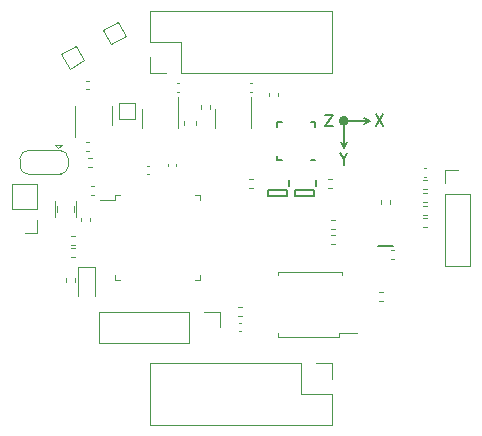
<source format=gbr>
%TF.GenerationSoftware,KiCad,Pcbnew,7.0.5*%
%TF.CreationDate,2024-01-17T11:16:08-05:00*%
%TF.ProjectId,MCU,4d43552e-6b69-4636-9164-5f7063625858,rev?*%
%TF.SameCoordinates,Original*%
%TF.FileFunction,Legend,Top*%
%TF.FilePolarity,Positive*%
%FSLAX46Y46*%
G04 Gerber Fmt 4.6, Leading zero omitted, Abs format (unit mm)*
G04 Created by KiCad (PCBNEW 7.0.5) date 2024-01-17 11:16:08*
%MOMM*%
%LPD*%
G01*
G04 APERTURE LIST*
%ADD10C,0.150000*%
%ADD11C,0.428553*%
%ADD12C,0.120000*%
%ADD13C,0.200000*%
G04 APERTURE END LIST*
D10*
X158875000Y-94158621D02*
X159125000Y-93658621D01*
X161125000Y-91868621D02*
X160625000Y-92118621D01*
D11*
X159089276Y-91868621D02*
G75*
G03*
X159089276Y-91868621I-214276J0D01*
G01*
D10*
X158875000Y-91868621D02*
X158875000Y-94158621D01*
X158875000Y-91868621D02*
X161125000Y-91868621D01*
X158875000Y-94158621D02*
X158625000Y-93658621D01*
X161125000Y-91868621D02*
X160625000Y-91618621D01*
X157316541Y-91338440D02*
X157983207Y-91338440D01*
X157983207Y-91338440D02*
X157316541Y-92338440D01*
X157316541Y-92338440D02*
X157983207Y-92338440D01*
X158852255Y-95102249D02*
X158852255Y-95578440D01*
X158518922Y-94578440D02*
X158852255Y-95102249D01*
X158852255Y-95102249D02*
X159185588Y-94578440D01*
X161566541Y-91288440D02*
X162233207Y-92288440D01*
X162233207Y-91288440D02*
X161566541Y-92288440D01*
D12*
%TO.C,C7*%
X165875835Y-96598621D02*
X165644165Y-96598621D01*
X165875835Y-95878621D02*
X165644165Y-95878621D01*
%TO.C,R15*%
X165592379Y-97983621D02*
X165927621Y-97983621D01*
X165592379Y-98743621D02*
X165927621Y-98743621D01*
%TO.C,R6*%
X165592379Y-100118621D02*
X165927621Y-100118621D01*
X165592379Y-100878621D02*
X165927621Y-100878621D01*
%TO.C,U4*%
X144877500Y-91658621D02*
X144877500Y-89858621D01*
X144877500Y-91658621D02*
X144877500Y-92458621D01*
X141757500Y-91658621D02*
X141757500Y-90858621D01*
X141757500Y-91658621D02*
X141757500Y-92458621D01*
%TO.C,R8*%
X136135121Y-103408621D02*
X135799879Y-103408621D01*
X136135121Y-102648621D02*
X135799879Y-102648621D01*
%TO.C,J1*%
X142480000Y-87795599D02*
X142480000Y-86465599D01*
X143810000Y-87795599D02*
X142480000Y-87795599D01*
X145080000Y-87795599D02*
X157840000Y-87795599D01*
X145080000Y-87795599D02*
X145080000Y-85195599D01*
X157840000Y-87795599D02*
X157840000Y-82595599D01*
X142480000Y-85195599D02*
X142480000Y-82595599D01*
X145080000Y-85195599D02*
X142480000Y-85195599D01*
X142480000Y-82595599D02*
X157840000Y-82595599D01*
%TO.C,R14*%
X165927621Y-97676121D02*
X165592379Y-97676121D01*
X165927621Y-96916121D02*
X165592379Y-96916121D01*
%TO.C,Y1*%
X136185000Y-98643621D02*
X136185000Y-99993621D01*
X134435000Y-98643621D02*
X134435000Y-99993621D01*
%TO.C,U6*%
X151060000Y-91658621D02*
X151060000Y-89858621D01*
X151060000Y-91658621D02*
X151060000Y-92458621D01*
X147940000Y-91658621D02*
X147940000Y-90858621D01*
X147940000Y-91658621D02*
X147940000Y-92458621D01*
%TO.C,C9*%
X146347500Y-91902354D02*
X146347500Y-92194888D01*
X145327500Y-91902354D02*
X145327500Y-92194888D01*
%TO.C,R12*%
X150237621Y-108413621D02*
X149902379Y-108413621D01*
X150237621Y-107653621D02*
X149902379Y-107653621D01*
%TO.C,C1*%
X162854165Y-102818621D02*
X163085835Y-102818621D01*
X162854165Y-103538621D02*
X163085835Y-103538621D01*
%TO.C,C4*%
X136650000Y-100334456D02*
X136650000Y-100102786D01*
X137370000Y-100334456D02*
X137370000Y-100102786D01*
%TO.C,U3*%
X136100000Y-91448621D02*
X136100000Y-93248621D01*
X136100000Y-91448621D02*
X136100000Y-90648621D01*
X139220000Y-91448621D02*
X139220000Y-92248621D01*
X139220000Y-91448621D02*
X139220000Y-90648621D01*
%TO.C,J2*%
X157840000Y-112413621D02*
X157840000Y-113743621D01*
X156510000Y-112413621D02*
X157840000Y-112413621D01*
X155240000Y-112413621D02*
X142480000Y-112413621D01*
X155240000Y-112413621D02*
X155240000Y-115013621D01*
X142480000Y-112413621D02*
X142480000Y-117613621D01*
X157840000Y-115013621D02*
X157840000Y-117613621D01*
X155240000Y-115013621D02*
X157840000Y-115013621D01*
X157840000Y-117613621D02*
X142480000Y-117613621D01*
%TO.C,R4*%
X137036359Y-93648621D02*
X137343641Y-93648621D01*
X137036359Y-94408621D02*
X137343641Y-94408621D01*
%TO.C,R1*%
X158107621Y-101018621D02*
X157772379Y-101018621D01*
X158107621Y-100258621D02*
X157772379Y-100258621D01*
%TO.C,TP3*%
X138503782Y-84192403D02*
X139716218Y-83492403D01*
X139203782Y-85404839D02*
X138503782Y-84192403D01*
X139716218Y-83492403D02*
X140416218Y-84704839D01*
X140416218Y-84704839D02*
X139203782Y-85404839D01*
%TO.C,R19*%
X134575000Y-99545685D02*
X134575000Y-99091557D01*
X136045000Y-99545685D02*
X136045000Y-99091557D01*
%TO.C,C13*%
X143990000Y-95716457D02*
X143990000Y-95500785D01*
X144710000Y-95716457D02*
X144710000Y-95500785D01*
%TO.C,U2*%
X139500000Y-98138621D02*
X139500000Y-98588621D01*
X139500000Y-98588621D02*
X138210000Y-98588621D01*
X139500000Y-105358621D02*
X139500000Y-104908621D01*
X139950000Y-98138621D02*
X139500000Y-98138621D01*
X139950000Y-105358621D02*
X139500000Y-105358621D01*
X146270000Y-98138621D02*
X146720000Y-98138621D01*
X146270000Y-105358621D02*
X146720000Y-105358621D01*
X146720000Y-98138621D02*
X146720000Y-98588621D01*
X146720000Y-105358621D02*
X146720000Y-104908621D01*
%TO.C,C11*%
X152570000Y-89764456D02*
X152570000Y-89532786D01*
X153290000Y-89764456D02*
X153290000Y-89532786D01*
%TO.C,R13*%
X161842379Y-106388621D02*
X162177621Y-106388621D01*
X161842379Y-107148621D02*
X162177621Y-107148621D01*
%TO.C,C3*%
X150205835Y-109668621D02*
X149974165Y-109668621D01*
X150205835Y-108948621D02*
X149974165Y-108948621D01*
%TO.C,R3*%
X162790000Y-98571000D02*
X162790000Y-98906242D01*
X162030000Y-98571000D02*
X162030000Y-98906242D01*
%TO.C,J4*%
X148390000Y-108028621D02*
X148390000Y-109358621D01*
X147060000Y-108028621D02*
X148390000Y-108028621D01*
X145790000Y-108028621D02*
X138110000Y-108028621D01*
X145790000Y-108028621D02*
X145790000Y-110688621D01*
X138110000Y-108028621D02*
X138110000Y-110688621D01*
X145790000Y-110688621D02*
X138110000Y-110688621D01*
D13*
%TO.C,Q2*%
X154210000Y-96875621D02*
X154210000Y-97350621D01*
X154030000Y-97700621D02*
X154030000Y-98200621D01*
X152430000Y-97700621D02*
X154030000Y-97700621D01*
X154030000Y-98200621D02*
X152430000Y-98200621D01*
X152430000Y-98200621D02*
X152430000Y-97700621D01*
D12*
%TO.C,R18*%
X157562379Y-96818621D02*
X157897621Y-96818621D01*
X157562379Y-97578621D02*
X157897621Y-97578621D01*
D10*
%TO.C,U5*%
X156460000Y-95198621D02*
X156110000Y-95198621D01*
X156460000Y-91998621D02*
X156460000Y-92348621D01*
X156460000Y-91998621D02*
X156110000Y-91998621D01*
X153260000Y-95198621D02*
X153610000Y-95198621D01*
X153260000Y-95198621D02*
X153260000Y-94848621D01*
X153260000Y-91998621D02*
X153610000Y-91998621D01*
X153260000Y-91998621D02*
X153260000Y-92348621D01*
D12*
%TO.C,R11*%
X136130000Y-105138500D02*
X136130000Y-105473742D01*
X135370000Y-105138500D02*
X135370000Y-105473742D01*
%TO.C,R2*%
X158107621Y-102318621D02*
X157772379Y-102318621D01*
X158107621Y-101558621D02*
X157772379Y-101558621D01*
D13*
%TO.C,IC2*%
X163002500Y-102488621D02*
X161802500Y-102488621D01*
D12*
%TO.C,C2*%
X137725835Y-98128621D02*
X137494165Y-98128621D01*
X137725835Y-97408621D02*
X137494165Y-97408621D01*
%TO.C,C10*%
X137072164Y-88478621D02*
X137287836Y-88478621D01*
X137072164Y-89198621D02*
X137287836Y-89198621D01*
%TO.C,JP1*%
X135550000Y-95078621D02*
X135550000Y-95678621D01*
X135000000Y-93878621D02*
X134400000Y-93878621D01*
X134900000Y-96378621D02*
X132100000Y-96378621D01*
X134700000Y-94178621D02*
X135000000Y-93878621D01*
X134700000Y-94178621D02*
X134400000Y-93878621D01*
X132100000Y-94378621D02*
X134900000Y-94378621D01*
X131450000Y-95678621D02*
X131450000Y-95078621D01*
X134850000Y-96378621D02*
G75*
G03*
X135550000Y-95678621I1J699999D01*
G01*
X135550000Y-95078621D02*
G75*
G03*
X134850000Y-94378621I-699999J1D01*
G01*
X131450000Y-95678621D02*
G75*
G03*
X132150000Y-96378621I700000J0D01*
G01*
X132150000Y-94378621D02*
G75*
G03*
X131450000Y-95078621I0J-700000D01*
G01*
%TO.C,TP2*%
X134953782Y-86242403D02*
X136166218Y-85542403D01*
X135653782Y-87454839D02*
X134953782Y-86242403D01*
X136166218Y-85542403D02*
X136866218Y-86754839D01*
X136866218Y-86754839D02*
X135653782Y-87454839D01*
D13*
%TO.C,Q1*%
X156520000Y-96875621D02*
X156520000Y-97350621D01*
X156340000Y-97700621D02*
X156340000Y-98200621D01*
X154740000Y-97700621D02*
X156340000Y-97700621D01*
X156340000Y-98200621D02*
X154740000Y-98200621D01*
X154740000Y-98200621D02*
X154740000Y-97700621D01*
D12*
%TO.C,R9*%
X137182379Y-95018621D02*
X137517621Y-95018621D01*
X137182379Y-95778621D02*
X137517621Y-95778621D01*
%TO.C,R16*%
X146800000Y-90876242D02*
X146800000Y-90541000D01*
X147560000Y-90876242D02*
X147560000Y-90541000D01*
%TO.C,J6*%
X167450000Y-96044610D02*
X168510000Y-96044610D01*
X167450000Y-97104610D02*
X167450000Y-96044610D01*
X167450000Y-98104610D02*
X167450000Y-104164610D01*
X167450000Y-98104610D02*
X169570000Y-98104610D01*
X167450000Y-104164610D02*
X169570000Y-104164610D01*
X169570000Y-98104610D02*
X169570000Y-104164610D01*
%TO.C,C8*%
X144714165Y-88668621D02*
X144945835Y-88668621D01*
X144714165Y-89388621D02*
X144945835Y-89388621D01*
%TO.C,R5*%
X165592379Y-99051121D02*
X165927621Y-99051121D01*
X165592379Y-99811121D02*
X165927621Y-99811121D01*
%TO.C,TP1*%
X139837500Y-90348621D02*
X141237500Y-90348621D01*
X139837500Y-91748621D02*
X139837500Y-90348621D01*
X141237500Y-90348621D02*
X141237500Y-91748621D01*
X141237500Y-91748621D02*
X139837500Y-91748621D01*
%TO.C,R17*%
X151215121Y-97578621D02*
X150879879Y-97578621D01*
X151215121Y-96818621D02*
X150879879Y-96818621D01*
%TO.C,U1*%
X158745000Y-104668621D02*
X158745000Y-104933621D01*
X158510000Y-110128621D02*
X158510000Y-109863621D01*
X158510000Y-109863621D02*
X160010000Y-109863621D01*
X156010000Y-110128621D02*
X158510000Y-110128621D01*
X156010000Y-110128621D02*
X153275000Y-110128621D01*
X156010000Y-104668621D02*
X158745000Y-104668621D01*
X156010000Y-104668621D02*
X153275000Y-104668621D01*
X153275000Y-110128621D02*
X153275000Y-109863621D01*
X153275000Y-104668621D02*
X153275000Y-104933621D01*
%TO.C,R7*%
X135799879Y-101628621D02*
X136135121Y-101628621D01*
X135799879Y-102388621D02*
X136135121Y-102388621D01*
%TO.C,C12*%
X142184165Y-95688621D02*
X142415835Y-95688621D01*
X142184165Y-96408621D02*
X142415835Y-96408621D01*
%TO.C,D1*%
X137815000Y-104241121D02*
X136345000Y-104241121D01*
X136345000Y-104241121D02*
X136345000Y-106701121D01*
X137815000Y-106701121D02*
X137815000Y-104241121D01*
%TO.C,C14*%
X150894165Y-88668621D02*
X151125835Y-88668621D01*
X150894165Y-89388621D02*
X151125835Y-89388621D01*
%TO.C,J5*%
X132920000Y-101358621D02*
X131860000Y-101358621D01*
X132920000Y-100298621D02*
X132920000Y-101358621D01*
X132920000Y-99298621D02*
X132920000Y-97238621D01*
X132920000Y-99298621D02*
X130800000Y-99298621D01*
X132920000Y-97238621D02*
X130800000Y-97238621D01*
X130800000Y-99298621D02*
X130800000Y-97238621D01*
%TD*%
M02*

</source>
